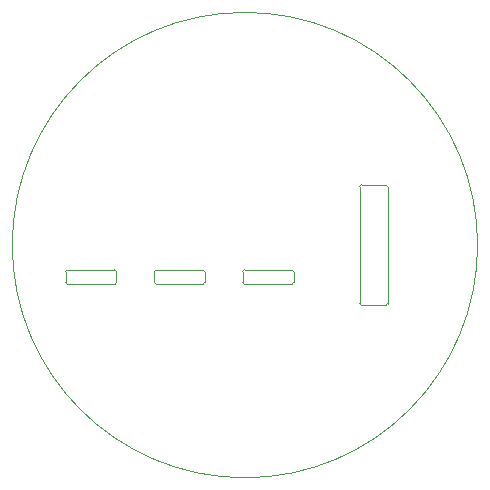
<source format=gbr>
%TF.GenerationSoftware,KiCad,Pcbnew,(6.0.4-0)*%
%TF.CreationDate,2022-05-04T20:07:09+02:00*%
%TF.ProjectId,GlowTubeLEDconnectorA_PCB,476c6f77-5475-4626-954c-4544636f6e6e,rev?*%
%TF.SameCoordinates,Original*%
%TF.FileFunction,Profile,NP*%
%FSLAX46Y46*%
G04 Gerber Fmt 4.6, Leading zero omitted, Abs format (unit mm)*
G04 Created by KiCad (PCBNEW (6.0.4-0)) date 2022-05-04 20:07:09*
%MOMM*%
%LPD*%
G01*
G04 APERTURE LIST*
%TA.AperFunction,Profile*%
%ADD10C,0.100000*%
%TD*%
G04 APERTURE END LIST*
D10*
X122720000Y-69660000D02*
G75*
G03*
X122720000Y-69660000I-19700000J0D01*
G01*
X87984529Y-71760000D02*
X91984529Y-71760000D01*
X87984529Y-71760000D02*
G75*
G03*
X87834529Y-71910000I0J-150000D01*
G01*
X87834529Y-72810000D02*
X87834529Y-71910000D01*
X87834529Y-72810000D02*
G75*
G03*
X87984529Y-72960000I150000J0D01*
G01*
X91984529Y-72960000D02*
X87984529Y-72960000D01*
X91984529Y-72960000D02*
G75*
G03*
X92134529Y-72810000I0J150000D01*
G01*
X92134529Y-71910000D02*
X92134529Y-72810000D01*
X92134529Y-71910000D02*
G75*
G03*
X91984529Y-71760000I-150000J0D01*
G01*
X112890000Y-64560000D02*
X114970000Y-64560000D01*
X112890000Y-64560000D02*
G75*
G03*
X112740000Y-64710000I0J-150000D01*
G01*
X112740000Y-74610000D02*
X112740000Y-64710000D01*
X112740000Y-74610000D02*
G75*
G03*
X112890000Y-74760000I150000J0D01*
G01*
X114970000Y-74760000D02*
X112890000Y-74760000D01*
X114970000Y-74760000D02*
G75*
G03*
X115120000Y-74610000I0J150000D01*
G01*
X115120000Y-64710000D02*
X115120000Y-74610000D01*
X115120000Y-64710000D02*
G75*
G03*
X114970000Y-64560000I-150000J0D01*
G01*
X107134529Y-71910000D02*
X107134529Y-72810000D01*
X107134529Y-71910000D02*
G75*
G03*
X106984529Y-71760000I-150000J0D01*
G01*
X102984529Y-71760000D02*
X106984529Y-71760000D01*
X102984529Y-71760000D02*
G75*
G03*
X102834529Y-71910000I0J-150000D01*
G01*
X102834529Y-72810000D02*
X102834529Y-71910000D01*
X102834529Y-72810000D02*
G75*
G03*
X102984529Y-72960000I150000J0D01*
G01*
X106984529Y-72960000D02*
X102984529Y-72960000D01*
X106984529Y-72960000D02*
G75*
G03*
X107134529Y-72810000I0J150000D01*
G01*
X95484529Y-71760000D02*
X99484529Y-71760000D01*
X95484529Y-71760000D02*
G75*
G03*
X95334529Y-71910000I0J-150000D01*
G01*
X95334529Y-72810000D02*
X95334529Y-71910000D01*
X95334529Y-72810000D02*
G75*
G03*
X95484529Y-72960000I150000J0D01*
G01*
X99484529Y-72960000D02*
X95484529Y-72960000D01*
X99484529Y-72960000D02*
G75*
G03*
X99634529Y-72810000I0J150000D01*
G01*
X99634529Y-71910000D02*
X99634529Y-72810000D01*
X99634529Y-71910000D02*
G75*
G03*
X99484529Y-71760000I-150000J0D01*
G01*
M02*

</source>
